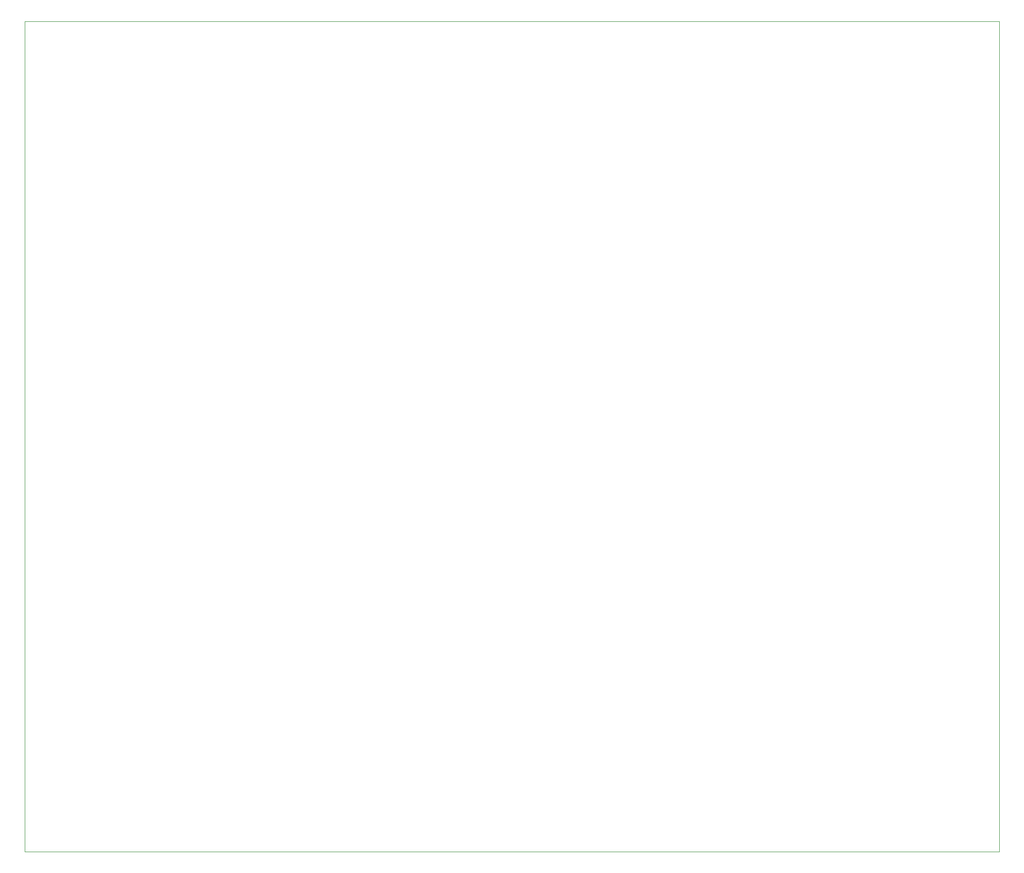
<source format=gbr>
G04 #@! TF.GenerationSoftware,KiCad,Pcbnew,5.1.5-52549c5~84~ubuntu18.04.1*
G04 #@! TF.CreationDate,2020-02-12T19:36:06-05:00*
G04 #@! TF.ProjectId,solenoid_board,736f6c65-6e6f-4696-945f-626f6172642e,rev?*
G04 #@! TF.SameCoordinates,Original*
G04 #@! TF.FileFunction,Profile,NP*
%FSLAX46Y46*%
G04 Gerber Fmt 4.6, Leading zero omitted, Abs format (unit mm)*
G04 Created by KiCad (PCBNEW 5.1.5-52549c5~84~ubuntu18.04.1) date 2020-02-12 19:36:06*
%MOMM*%
%LPD*%
G04 APERTURE LIST*
G04 #@! TA.AperFunction,Profile*
%ADD10C,0.120000*%
G04 #@! TD*
G04 APERTURE END LIST*
D10*
X55000000Y-160000000D02*
X225000000Y-160000000D01*
X55000000Y-15000000D02*
X55000000Y-160000000D01*
X225000000Y-15000000D02*
X55000000Y-15000000D01*
X225000000Y-160000000D02*
X225000000Y-15000000D01*
M02*

</source>
